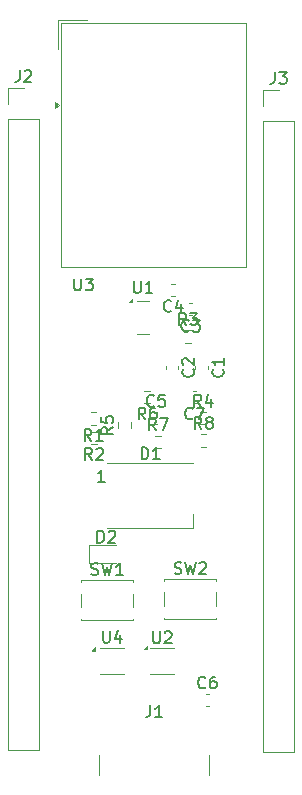
<source format=gbr>
%TF.GenerationSoftware,KiCad,Pcbnew,8.0.3*%
%TF.CreationDate,2024-10-04T20:59:14+05:30*%
%TF.ProjectId,TP4056,54503430-3536-42e6-9b69-6361645f7063,rev?*%
%TF.SameCoordinates,Original*%
%TF.FileFunction,Legend,Top*%
%TF.FilePolarity,Positive*%
%FSLAX46Y46*%
G04 Gerber Fmt 4.6, Leading zero omitted, Abs format (unit mm)*
G04 Created by KiCad (PCBNEW 8.0.3) date 2024-10-04 20:59:14*
%MOMM*%
%LPD*%
G01*
G04 APERTURE LIST*
%ADD10C,0.150000*%
%ADD11C,0.120000*%
G04 APERTURE END LIST*
D10*
X80624580Y-87141666D02*
X80672200Y-87189285D01*
X80672200Y-87189285D02*
X80719819Y-87332142D01*
X80719819Y-87332142D02*
X80719819Y-87427380D01*
X80719819Y-87427380D02*
X80672200Y-87570237D01*
X80672200Y-87570237D02*
X80576961Y-87665475D01*
X80576961Y-87665475D02*
X80481723Y-87713094D01*
X80481723Y-87713094D02*
X80291247Y-87760713D01*
X80291247Y-87760713D02*
X80148390Y-87760713D01*
X80148390Y-87760713D02*
X79957914Y-87713094D01*
X79957914Y-87713094D02*
X79862676Y-87665475D01*
X79862676Y-87665475D02*
X79767438Y-87570237D01*
X79767438Y-87570237D02*
X79719819Y-87427380D01*
X79719819Y-87427380D02*
X79719819Y-87332142D01*
X79719819Y-87332142D02*
X79767438Y-87189285D01*
X79767438Y-87189285D02*
X79815057Y-87141666D01*
X80719819Y-86189285D02*
X80719819Y-86760713D01*
X80719819Y-86474999D02*
X79719819Y-86474999D01*
X79719819Y-86474999D02*
X79862676Y-86570237D01*
X79862676Y-86570237D02*
X79957914Y-86665475D01*
X79957914Y-86665475D02*
X80005533Y-86760713D01*
X77533333Y-83374819D02*
X77200000Y-82898628D01*
X76961905Y-83374819D02*
X76961905Y-82374819D01*
X76961905Y-82374819D02*
X77342857Y-82374819D01*
X77342857Y-82374819D02*
X77438095Y-82422438D01*
X77438095Y-82422438D02*
X77485714Y-82470057D01*
X77485714Y-82470057D02*
X77533333Y-82565295D01*
X77533333Y-82565295D02*
X77533333Y-82708152D01*
X77533333Y-82708152D02*
X77485714Y-82803390D01*
X77485714Y-82803390D02*
X77438095Y-82851009D01*
X77438095Y-82851009D02*
X77342857Y-82898628D01*
X77342857Y-82898628D02*
X76961905Y-82898628D01*
X77866667Y-82374819D02*
X78485714Y-82374819D01*
X78485714Y-82374819D02*
X78152381Y-82755771D01*
X78152381Y-82755771D02*
X78295238Y-82755771D01*
X78295238Y-82755771D02*
X78390476Y-82803390D01*
X78390476Y-82803390D02*
X78438095Y-82851009D01*
X78438095Y-82851009D02*
X78485714Y-82946247D01*
X78485714Y-82946247D02*
X78485714Y-83184342D01*
X78485714Y-83184342D02*
X78438095Y-83279580D01*
X78438095Y-83279580D02*
X78390476Y-83327200D01*
X78390476Y-83327200D02*
X78295238Y-83374819D01*
X78295238Y-83374819D02*
X78009524Y-83374819D01*
X78009524Y-83374819D02*
X77914286Y-83327200D01*
X77914286Y-83327200D02*
X77866667Y-83279580D01*
X71349819Y-92041666D02*
X70873628Y-92374999D01*
X71349819Y-92613094D02*
X70349819Y-92613094D01*
X70349819Y-92613094D02*
X70349819Y-92232142D01*
X70349819Y-92232142D02*
X70397438Y-92136904D01*
X70397438Y-92136904D02*
X70445057Y-92089285D01*
X70445057Y-92089285D02*
X70540295Y-92041666D01*
X70540295Y-92041666D02*
X70683152Y-92041666D01*
X70683152Y-92041666D02*
X70778390Y-92089285D01*
X70778390Y-92089285D02*
X70826009Y-92136904D01*
X70826009Y-92136904D02*
X70873628Y-92232142D01*
X70873628Y-92232142D02*
X70873628Y-92613094D01*
X70349819Y-91136904D02*
X70349819Y-91613094D01*
X70349819Y-91613094D02*
X70826009Y-91660713D01*
X70826009Y-91660713D02*
X70778390Y-91613094D01*
X70778390Y-91613094D02*
X70730771Y-91517856D01*
X70730771Y-91517856D02*
X70730771Y-91279761D01*
X70730771Y-91279761D02*
X70778390Y-91184523D01*
X70778390Y-91184523D02*
X70826009Y-91136904D01*
X70826009Y-91136904D02*
X70921247Y-91089285D01*
X70921247Y-91089285D02*
X71159342Y-91089285D01*
X71159342Y-91089285D02*
X71254580Y-91136904D01*
X71254580Y-91136904D02*
X71302200Y-91184523D01*
X71302200Y-91184523D02*
X71349819Y-91279761D01*
X71349819Y-91279761D02*
X71349819Y-91517856D01*
X71349819Y-91517856D02*
X71302200Y-91613094D01*
X71302200Y-91613094D02*
X71254580Y-91660713D01*
X70490595Y-109279819D02*
X70490595Y-110089342D01*
X70490595Y-110089342D02*
X70538214Y-110184580D01*
X70538214Y-110184580D02*
X70585833Y-110232200D01*
X70585833Y-110232200D02*
X70681071Y-110279819D01*
X70681071Y-110279819D02*
X70871547Y-110279819D01*
X70871547Y-110279819D02*
X70966785Y-110232200D01*
X70966785Y-110232200D02*
X71014404Y-110184580D01*
X71014404Y-110184580D02*
X71062023Y-110089342D01*
X71062023Y-110089342D02*
X71062023Y-109279819D01*
X71966785Y-109613152D02*
X71966785Y-110279819D01*
X71728690Y-109232200D02*
X71490595Y-109946485D01*
X71490595Y-109946485D02*
X72109642Y-109946485D01*
X78808333Y-90299819D02*
X78475000Y-89823628D01*
X78236905Y-90299819D02*
X78236905Y-89299819D01*
X78236905Y-89299819D02*
X78617857Y-89299819D01*
X78617857Y-89299819D02*
X78713095Y-89347438D01*
X78713095Y-89347438D02*
X78760714Y-89395057D01*
X78760714Y-89395057D02*
X78808333Y-89490295D01*
X78808333Y-89490295D02*
X78808333Y-89633152D01*
X78808333Y-89633152D02*
X78760714Y-89728390D01*
X78760714Y-89728390D02*
X78713095Y-89776009D01*
X78713095Y-89776009D02*
X78617857Y-89823628D01*
X78617857Y-89823628D02*
X78236905Y-89823628D01*
X79665476Y-89633152D02*
X79665476Y-90299819D01*
X79427381Y-89252200D02*
X79189286Y-89966485D01*
X79189286Y-89966485D02*
X79808333Y-89966485D01*
X69558333Y-94809819D02*
X69225000Y-94333628D01*
X68986905Y-94809819D02*
X68986905Y-93809819D01*
X68986905Y-93809819D02*
X69367857Y-93809819D01*
X69367857Y-93809819D02*
X69463095Y-93857438D01*
X69463095Y-93857438D02*
X69510714Y-93905057D01*
X69510714Y-93905057D02*
X69558333Y-94000295D01*
X69558333Y-94000295D02*
X69558333Y-94143152D01*
X69558333Y-94143152D02*
X69510714Y-94238390D01*
X69510714Y-94238390D02*
X69463095Y-94286009D01*
X69463095Y-94286009D02*
X69367857Y-94333628D01*
X69367857Y-94333628D02*
X68986905Y-94333628D01*
X69939286Y-93905057D02*
X69986905Y-93857438D01*
X69986905Y-93857438D02*
X70082143Y-93809819D01*
X70082143Y-93809819D02*
X70320238Y-93809819D01*
X70320238Y-93809819D02*
X70415476Y-93857438D01*
X70415476Y-93857438D02*
X70463095Y-93905057D01*
X70463095Y-93905057D02*
X70510714Y-94000295D01*
X70510714Y-94000295D02*
X70510714Y-94095533D01*
X70510714Y-94095533D02*
X70463095Y-94238390D01*
X70463095Y-94238390D02*
X69891667Y-94809819D01*
X69891667Y-94809819D02*
X70510714Y-94809819D01*
X69516667Y-104507200D02*
X69659524Y-104554819D01*
X69659524Y-104554819D02*
X69897619Y-104554819D01*
X69897619Y-104554819D02*
X69992857Y-104507200D01*
X69992857Y-104507200D02*
X70040476Y-104459580D01*
X70040476Y-104459580D02*
X70088095Y-104364342D01*
X70088095Y-104364342D02*
X70088095Y-104269104D01*
X70088095Y-104269104D02*
X70040476Y-104173866D01*
X70040476Y-104173866D02*
X69992857Y-104126247D01*
X69992857Y-104126247D02*
X69897619Y-104078628D01*
X69897619Y-104078628D02*
X69707143Y-104031009D01*
X69707143Y-104031009D02*
X69611905Y-103983390D01*
X69611905Y-103983390D02*
X69564286Y-103935771D01*
X69564286Y-103935771D02*
X69516667Y-103840533D01*
X69516667Y-103840533D02*
X69516667Y-103745295D01*
X69516667Y-103745295D02*
X69564286Y-103650057D01*
X69564286Y-103650057D02*
X69611905Y-103602438D01*
X69611905Y-103602438D02*
X69707143Y-103554819D01*
X69707143Y-103554819D02*
X69945238Y-103554819D01*
X69945238Y-103554819D02*
X70088095Y-103602438D01*
X70421429Y-103554819D02*
X70659524Y-104554819D01*
X70659524Y-104554819D02*
X70850000Y-103840533D01*
X70850000Y-103840533D02*
X71040476Y-104554819D01*
X71040476Y-104554819D02*
X71278572Y-103554819D01*
X72183333Y-104554819D02*
X71611905Y-104554819D01*
X71897619Y-104554819D02*
X71897619Y-103554819D01*
X71897619Y-103554819D02*
X71802381Y-103697676D01*
X71802381Y-103697676D02*
X71707143Y-103792914D01*
X71707143Y-103792914D02*
X71611905Y-103840533D01*
X73761905Y-94754819D02*
X73761905Y-93754819D01*
X73761905Y-93754819D02*
X74000000Y-93754819D01*
X74000000Y-93754819D02*
X74142857Y-93802438D01*
X74142857Y-93802438D02*
X74238095Y-93897676D01*
X74238095Y-93897676D02*
X74285714Y-93992914D01*
X74285714Y-93992914D02*
X74333333Y-94183390D01*
X74333333Y-94183390D02*
X74333333Y-94326247D01*
X74333333Y-94326247D02*
X74285714Y-94516723D01*
X74285714Y-94516723D02*
X74238095Y-94611961D01*
X74238095Y-94611961D02*
X74142857Y-94707200D01*
X74142857Y-94707200D02*
X74000000Y-94754819D01*
X74000000Y-94754819D02*
X73761905Y-94754819D01*
X75285714Y-94754819D02*
X74714286Y-94754819D01*
X75000000Y-94754819D02*
X75000000Y-93754819D01*
X75000000Y-93754819D02*
X74904762Y-93897676D01*
X74904762Y-93897676D02*
X74809524Y-93992914D01*
X74809524Y-93992914D02*
X74714286Y-94040533D01*
X70635714Y-96654819D02*
X70064286Y-96654819D01*
X70350000Y-96654819D02*
X70350000Y-95654819D01*
X70350000Y-95654819D02*
X70254762Y-95797676D01*
X70254762Y-95797676D02*
X70159524Y-95892914D01*
X70159524Y-95892914D02*
X70064286Y-95940533D01*
X74968333Y-92289819D02*
X74635000Y-91813628D01*
X74396905Y-92289819D02*
X74396905Y-91289819D01*
X74396905Y-91289819D02*
X74777857Y-91289819D01*
X74777857Y-91289819D02*
X74873095Y-91337438D01*
X74873095Y-91337438D02*
X74920714Y-91385057D01*
X74920714Y-91385057D02*
X74968333Y-91480295D01*
X74968333Y-91480295D02*
X74968333Y-91623152D01*
X74968333Y-91623152D02*
X74920714Y-91718390D01*
X74920714Y-91718390D02*
X74873095Y-91766009D01*
X74873095Y-91766009D02*
X74777857Y-91813628D01*
X74777857Y-91813628D02*
X74396905Y-91813628D01*
X75301667Y-91289819D02*
X75968333Y-91289819D01*
X75968333Y-91289819D02*
X75539762Y-92289819D01*
X70024405Y-101799819D02*
X70024405Y-100799819D01*
X70024405Y-100799819D02*
X70262500Y-100799819D01*
X70262500Y-100799819D02*
X70405357Y-100847438D01*
X70405357Y-100847438D02*
X70500595Y-100942676D01*
X70500595Y-100942676D02*
X70548214Y-101037914D01*
X70548214Y-101037914D02*
X70595833Y-101228390D01*
X70595833Y-101228390D02*
X70595833Y-101371247D01*
X70595833Y-101371247D02*
X70548214Y-101561723D01*
X70548214Y-101561723D02*
X70500595Y-101656961D01*
X70500595Y-101656961D02*
X70405357Y-101752200D01*
X70405357Y-101752200D02*
X70262500Y-101799819D01*
X70262500Y-101799819D02*
X70024405Y-101799819D01*
X70976786Y-100895057D02*
X71024405Y-100847438D01*
X71024405Y-100847438D02*
X71119643Y-100799819D01*
X71119643Y-100799819D02*
X71357738Y-100799819D01*
X71357738Y-100799819D02*
X71452976Y-100847438D01*
X71452976Y-100847438D02*
X71500595Y-100895057D01*
X71500595Y-100895057D02*
X71548214Y-100990295D01*
X71548214Y-100990295D02*
X71548214Y-101085533D01*
X71548214Y-101085533D02*
X71500595Y-101228390D01*
X71500595Y-101228390D02*
X70929167Y-101799819D01*
X70929167Y-101799819D02*
X71548214Y-101799819D01*
X74798333Y-90204580D02*
X74750714Y-90252200D01*
X74750714Y-90252200D02*
X74607857Y-90299819D01*
X74607857Y-90299819D02*
X74512619Y-90299819D01*
X74512619Y-90299819D02*
X74369762Y-90252200D01*
X74369762Y-90252200D02*
X74274524Y-90156961D01*
X74274524Y-90156961D02*
X74226905Y-90061723D01*
X74226905Y-90061723D02*
X74179286Y-89871247D01*
X74179286Y-89871247D02*
X74179286Y-89728390D01*
X74179286Y-89728390D02*
X74226905Y-89537914D01*
X74226905Y-89537914D02*
X74274524Y-89442676D01*
X74274524Y-89442676D02*
X74369762Y-89347438D01*
X74369762Y-89347438D02*
X74512619Y-89299819D01*
X74512619Y-89299819D02*
X74607857Y-89299819D01*
X74607857Y-89299819D02*
X74750714Y-89347438D01*
X74750714Y-89347438D02*
X74798333Y-89395057D01*
X75703095Y-89299819D02*
X75226905Y-89299819D01*
X75226905Y-89299819D02*
X75179286Y-89776009D01*
X75179286Y-89776009D02*
X75226905Y-89728390D01*
X75226905Y-89728390D02*
X75322143Y-89680771D01*
X75322143Y-89680771D02*
X75560238Y-89680771D01*
X75560238Y-89680771D02*
X75655476Y-89728390D01*
X75655476Y-89728390D02*
X75703095Y-89776009D01*
X75703095Y-89776009D02*
X75750714Y-89871247D01*
X75750714Y-89871247D02*
X75750714Y-90109342D01*
X75750714Y-90109342D02*
X75703095Y-90204580D01*
X75703095Y-90204580D02*
X75655476Y-90252200D01*
X75655476Y-90252200D02*
X75560238Y-90299819D01*
X75560238Y-90299819D02*
X75322143Y-90299819D01*
X75322143Y-90299819D02*
X75226905Y-90252200D01*
X75226905Y-90252200D02*
X75179286Y-90204580D01*
X69508333Y-93184819D02*
X69175000Y-92708628D01*
X68936905Y-93184819D02*
X68936905Y-92184819D01*
X68936905Y-92184819D02*
X69317857Y-92184819D01*
X69317857Y-92184819D02*
X69413095Y-92232438D01*
X69413095Y-92232438D02*
X69460714Y-92280057D01*
X69460714Y-92280057D02*
X69508333Y-92375295D01*
X69508333Y-92375295D02*
X69508333Y-92518152D01*
X69508333Y-92518152D02*
X69460714Y-92613390D01*
X69460714Y-92613390D02*
X69413095Y-92661009D01*
X69413095Y-92661009D02*
X69317857Y-92708628D01*
X69317857Y-92708628D02*
X68936905Y-92708628D01*
X70460714Y-93184819D02*
X69889286Y-93184819D01*
X70175000Y-93184819D02*
X70175000Y-92184819D01*
X70175000Y-92184819D02*
X70079762Y-92327676D01*
X70079762Y-92327676D02*
X69984524Y-92422914D01*
X69984524Y-92422914D02*
X69889286Y-92470533D01*
X85041666Y-61949819D02*
X85041666Y-62664104D01*
X85041666Y-62664104D02*
X84994047Y-62806961D01*
X84994047Y-62806961D02*
X84898809Y-62902200D01*
X84898809Y-62902200D02*
X84755952Y-62949819D01*
X84755952Y-62949819D02*
X84660714Y-62949819D01*
X85422619Y-61949819D02*
X86041666Y-61949819D01*
X86041666Y-61949819D02*
X85708333Y-62330771D01*
X85708333Y-62330771D02*
X85851190Y-62330771D01*
X85851190Y-62330771D02*
X85946428Y-62378390D01*
X85946428Y-62378390D02*
X85994047Y-62426009D01*
X85994047Y-62426009D02*
X86041666Y-62521247D01*
X86041666Y-62521247D02*
X86041666Y-62759342D01*
X86041666Y-62759342D02*
X85994047Y-62854580D01*
X85994047Y-62854580D02*
X85946428Y-62902200D01*
X85946428Y-62902200D02*
X85851190Y-62949819D01*
X85851190Y-62949819D02*
X85565476Y-62949819D01*
X85565476Y-62949819D02*
X85470238Y-62902200D01*
X85470238Y-62902200D02*
X85422619Y-62854580D01*
X77758333Y-83839580D02*
X77710714Y-83887200D01*
X77710714Y-83887200D02*
X77567857Y-83934819D01*
X77567857Y-83934819D02*
X77472619Y-83934819D01*
X77472619Y-83934819D02*
X77329762Y-83887200D01*
X77329762Y-83887200D02*
X77234524Y-83791961D01*
X77234524Y-83791961D02*
X77186905Y-83696723D01*
X77186905Y-83696723D02*
X77139286Y-83506247D01*
X77139286Y-83506247D02*
X77139286Y-83363390D01*
X77139286Y-83363390D02*
X77186905Y-83172914D01*
X77186905Y-83172914D02*
X77234524Y-83077676D01*
X77234524Y-83077676D02*
X77329762Y-82982438D01*
X77329762Y-82982438D02*
X77472619Y-82934819D01*
X77472619Y-82934819D02*
X77567857Y-82934819D01*
X77567857Y-82934819D02*
X77710714Y-82982438D01*
X77710714Y-82982438D02*
X77758333Y-83030057D01*
X78091667Y-82934819D02*
X78710714Y-82934819D01*
X78710714Y-82934819D02*
X78377381Y-83315771D01*
X78377381Y-83315771D02*
X78520238Y-83315771D01*
X78520238Y-83315771D02*
X78615476Y-83363390D01*
X78615476Y-83363390D02*
X78663095Y-83411009D01*
X78663095Y-83411009D02*
X78710714Y-83506247D01*
X78710714Y-83506247D02*
X78710714Y-83744342D01*
X78710714Y-83744342D02*
X78663095Y-83839580D01*
X78663095Y-83839580D02*
X78615476Y-83887200D01*
X78615476Y-83887200D02*
X78520238Y-83934819D01*
X78520238Y-83934819D02*
X78234524Y-83934819D01*
X78234524Y-83934819D02*
X78139286Y-83887200D01*
X78139286Y-83887200D02*
X78091667Y-83839580D01*
X79158333Y-114054580D02*
X79110714Y-114102200D01*
X79110714Y-114102200D02*
X78967857Y-114149819D01*
X78967857Y-114149819D02*
X78872619Y-114149819D01*
X78872619Y-114149819D02*
X78729762Y-114102200D01*
X78729762Y-114102200D02*
X78634524Y-114006961D01*
X78634524Y-114006961D02*
X78586905Y-113911723D01*
X78586905Y-113911723D02*
X78539286Y-113721247D01*
X78539286Y-113721247D02*
X78539286Y-113578390D01*
X78539286Y-113578390D02*
X78586905Y-113387914D01*
X78586905Y-113387914D02*
X78634524Y-113292676D01*
X78634524Y-113292676D02*
X78729762Y-113197438D01*
X78729762Y-113197438D02*
X78872619Y-113149819D01*
X78872619Y-113149819D02*
X78967857Y-113149819D01*
X78967857Y-113149819D02*
X79110714Y-113197438D01*
X79110714Y-113197438D02*
X79158333Y-113245057D01*
X80015476Y-113149819D02*
X79825000Y-113149819D01*
X79825000Y-113149819D02*
X79729762Y-113197438D01*
X79729762Y-113197438D02*
X79682143Y-113245057D01*
X79682143Y-113245057D02*
X79586905Y-113387914D01*
X79586905Y-113387914D02*
X79539286Y-113578390D01*
X79539286Y-113578390D02*
X79539286Y-113959342D01*
X79539286Y-113959342D02*
X79586905Y-114054580D01*
X79586905Y-114054580D02*
X79634524Y-114102200D01*
X79634524Y-114102200D02*
X79729762Y-114149819D01*
X79729762Y-114149819D02*
X79920238Y-114149819D01*
X79920238Y-114149819D02*
X80015476Y-114102200D01*
X80015476Y-114102200D02*
X80063095Y-114054580D01*
X80063095Y-114054580D02*
X80110714Y-113959342D01*
X80110714Y-113959342D02*
X80110714Y-113721247D01*
X80110714Y-113721247D02*
X80063095Y-113626009D01*
X80063095Y-113626009D02*
X80015476Y-113578390D01*
X80015476Y-113578390D02*
X79920238Y-113530771D01*
X79920238Y-113530771D02*
X79729762Y-113530771D01*
X79729762Y-113530771D02*
X79634524Y-113578390D01*
X79634524Y-113578390D02*
X79586905Y-113626009D01*
X79586905Y-113626009D02*
X79539286Y-113721247D01*
X68063095Y-79454819D02*
X68063095Y-80264342D01*
X68063095Y-80264342D02*
X68110714Y-80359580D01*
X68110714Y-80359580D02*
X68158333Y-80407200D01*
X68158333Y-80407200D02*
X68253571Y-80454819D01*
X68253571Y-80454819D02*
X68444047Y-80454819D01*
X68444047Y-80454819D02*
X68539285Y-80407200D01*
X68539285Y-80407200D02*
X68586904Y-80359580D01*
X68586904Y-80359580D02*
X68634523Y-80264342D01*
X68634523Y-80264342D02*
X68634523Y-79454819D01*
X69015476Y-79454819D02*
X69634523Y-79454819D01*
X69634523Y-79454819D02*
X69301190Y-79835771D01*
X69301190Y-79835771D02*
X69444047Y-79835771D01*
X69444047Y-79835771D02*
X69539285Y-79883390D01*
X69539285Y-79883390D02*
X69586904Y-79931009D01*
X69586904Y-79931009D02*
X69634523Y-80026247D01*
X69634523Y-80026247D02*
X69634523Y-80264342D01*
X69634523Y-80264342D02*
X69586904Y-80359580D01*
X69586904Y-80359580D02*
X69539285Y-80407200D01*
X69539285Y-80407200D02*
X69444047Y-80454819D01*
X69444047Y-80454819D02*
X69158333Y-80454819D01*
X69158333Y-80454819D02*
X69063095Y-80407200D01*
X69063095Y-80407200D02*
X69015476Y-80359580D01*
X74073333Y-91384819D02*
X73740000Y-90908628D01*
X73501905Y-91384819D02*
X73501905Y-90384819D01*
X73501905Y-90384819D02*
X73882857Y-90384819D01*
X73882857Y-90384819D02*
X73978095Y-90432438D01*
X73978095Y-90432438D02*
X74025714Y-90480057D01*
X74025714Y-90480057D02*
X74073333Y-90575295D01*
X74073333Y-90575295D02*
X74073333Y-90718152D01*
X74073333Y-90718152D02*
X74025714Y-90813390D01*
X74025714Y-90813390D02*
X73978095Y-90861009D01*
X73978095Y-90861009D02*
X73882857Y-90908628D01*
X73882857Y-90908628D02*
X73501905Y-90908628D01*
X74930476Y-90384819D02*
X74740000Y-90384819D01*
X74740000Y-90384819D02*
X74644762Y-90432438D01*
X74644762Y-90432438D02*
X74597143Y-90480057D01*
X74597143Y-90480057D02*
X74501905Y-90622914D01*
X74501905Y-90622914D02*
X74454286Y-90813390D01*
X74454286Y-90813390D02*
X74454286Y-91194342D01*
X74454286Y-91194342D02*
X74501905Y-91289580D01*
X74501905Y-91289580D02*
X74549524Y-91337200D01*
X74549524Y-91337200D02*
X74644762Y-91384819D01*
X74644762Y-91384819D02*
X74835238Y-91384819D01*
X74835238Y-91384819D02*
X74930476Y-91337200D01*
X74930476Y-91337200D02*
X74978095Y-91289580D01*
X74978095Y-91289580D02*
X75025714Y-91194342D01*
X75025714Y-91194342D02*
X75025714Y-90956247D01*
X75025714Y-90956247D02*
X74978095Y-90861009D01*
X74978095Y-90861009D02*
X74930476Y-90813390D01*
X74930476Y-90813390D02*
X74835238Y-90765771D01*
X74835238Y-90765771D02*
X74644762Y-90765771D01*
X74644762Y-90765771D02*
X74549524Y-90813390D01*
X74549524Y-90813390D02*
X74501905Y-90861009D01*
X74501905Y-90861009D02*
X74454286Y-90956247D01*
X74491666Y-115569819D02*
X74491666Y-116284104D01*
X74491666Y-116284104D02*
X74444047Y-116426961D01*
X74444047Y-116426961D02*
X74348809Y-116522200D01*
X74348809Y-116522200D02*
X74205952Y-116569819D01*
X74205952Y-116569819D02*
X74110714Y-116569819D01*
X75491666Y-116569819D02*
X74920238Y-116569819D01*
X75205952Y-116569819D02*
X75205952Y-115569819D01*
X75205952Y-115569819D02*
X75110714Y-115712676D01*
X75110714Y-115712676D02*
X75015476Y-115807914D01*
X75015476Y-115807914D02*
X74920238Y-115855533D01*
X74725595Y-109329819D02*
X74725595Y-110139342D01*
X74725595Y-110139342D02*
X74773214Y-110234580D01*
X74773214Y-110234580D02*
X74820833Y-110282200D01*
X74820833Y-110282200D02*
X74916071Y-110329819D01*
X74916071Y-110329819D02*
X75106547Y-110329819D01*
X75106547Y-110329819D02*
X75201785Y-110282200D01*
X75201785Y-110282200D02*
X75249404Y-110234580D01*
X75249404Y-110234580D02*
X75297023Y-110139342D01*
X75297023Y-110139342D02*
X75297023Y-109329819D01*
X75725595Y-109425057D02*
X75773214Y-109377438D01*
X75773214Y-109377438D02*
X75868452Y-109329819D01*
X75868452Y-109329819D02*
X76106547Y-109329819D01*
X76106547Y-109329819D02*
X76201785Y-109377438D01*
X76201785Y-109377438D02*
X76249404Y-109425057D01*
X76249404Y-109425057D02*
X76297023Y-109520295D01*
X76297023Y-109520295D02*
X76297023Y-109615533D01*
X76297023Y-109615533D02*
X76249404Y-109758390D01*
X76249404Y-109758390D02*
X75677976Y-110329819D01*
X75677976Y-110329819D02*
X76297023Y-110329819D01*
X63441666Y-61799819D02*
X63441666Y-62514104D01*
X63441666Y-62514104D02*
X63394047Y-62656961D01*
X63394047Y-62656961D02*
X63298809Y-62752200D01*
X63298809Y-62752200D02*
X63155952Y-62799819D01*
X63155952Y-62799819D02*
X63060714Y-62799819D01*
X63870238Y-61895057D02*
X63917857Y-61847438D01*
X63917857Y-61847438D02*
X64013095Y-61799819D01*
X64013095Y-61799819D02*
X64251190Y-61799819D01*
X64251190Y-61799819D02*
X64346428Y-61847438D01*
X64346428Y-61847438D02*
X64394047Y-61895057D01*
X64394047Y-61895057D02*
X64441666Y-61990295D01*
X64441666Y-61990295D02*
X64441666Y-62085533D01*
X64441666Y-62085533D02*
X64394047Y-62228390D01*
X64394047Y-62228390D02*
X63822619Y-62799819D01*
X63822619Y-62799819D02*
X64441666Y-62799819D01*
X78083333Y-91289580D02*
X78035714Y-91337200D01*
X78035714Y-91337200D02*
X77892857Y-91384819D01*
X77892857Y-91384819D02*
X77797619Y-91384819D01*
X77797619Y-91384819D02*
X77654762Y-91337200D01*
X77654762Y-91337200D02*
X77559524Y-91241961D01*
X77559524Y-91241961D02*
X77511905Y-91146723D01*
X77511905Y-91146723D02*
X77464286Y-90956247D01*
X77464286Y-90956247D02*
X77464286Y-90813390D01*
X77464286Y-90813390D02*
X77511905Y-90622914D01*
X77511905Y-90622914D02*
X77559524Y-90527676D01*
X77559524Y-90527676D02*
X77654762Y-90432438D01*
X77654762Y-90432438D02*
X77797619Y-90384819D01*
X77797619Y-90384819D02*
X77892857Y-90384819D01*
X77892857Y-90384819D02*
X78035714Y-90432438D01*
X78035714Y-90432438D02*
X78083333Y-90480057D01*
X78416667Y-90384819D02*
X79083333Y-90384819D01*
X79083333Y-90384819D02*
X78654762Y-91384819D01*
X78833333Y-92174819D02*
X78500000Y-91698628D01*
X78261905Y-92174819D02*
X78261905Y-91174819D01*
X78261905Y-91174819D02*
X78642857Y-91174819D01*
X78642857Y-91174819D02*
X78738095Y-91222438D01*
X78738095Y-91222438D02*
X78785714Y-91270057D01*
X78785714Y-91270057D02*
X78833333Y-91365295D01*
X78833333Y-91365295D02*
X78833333Y-91508152D01*
X78833333Y-91508152D02*
X78785714Y-91603390D01*
X78785714Y-91603390D02*
X78738095Y-91651009D01*
X78738095Y-91651009D02*
X78642857Y-91698628D01*
X78642857Y-91698628D02*
X78261905Y-91698628D01*
X79404762Y-91603390D02*
X79309524Y-91555771D01*
X79309524Y-91555771D02*
X79261905Y-91508152D01*
X79261905Y-91508152D02*
X79214286Y-91412914D01*
X79214286Y-91412914D02*
X79214286Y-91365295D01*
X79214286Y-91365295D02*
X79261905Y-91270057D01*
X79261905Y-91270057D02*
X79309524Y-91222438D01*
X79309524Y-91222438D02*
X79404762Y-91174819D01*
X79404762Y-91174819D02*
X79595238Y-91174819D01*
X79595238Y-91174819D02*
X79690476Y-91222438D01*
X79690476Y-91222438D02*
X79738095Y-91270057D01*
X79738095Y-91270057D02*
X79785714Y-91365295D01*
X79785714Y-91365295D02*
X79785714Y-91412914D01*
X79785714Y-91412914D02*
X79738095Y-91508152D01*
X79738095Y-91508152D02*
X79690476Y-91555771D01*
X79690476Y-91555771D02*
X79595238Y-91603390D01*
X79595238Y-91603390D02*
X79404762Y-91603390D01*
X79404762Y-91603390D02*
X79309524Y-91651009D01*
X79309524Y-91651009D02*
X79261905Y-91698628D01*
X79261905Y-91698628D02*
X79214286Y-91793866D01*
X79214286Y-91793866D02*
X79214286Y-91984342D01*
X79214286Y-91984342D02*
X79261905Y-92079580D01*
X79261905Y-92079580D02*
X79309524Y-92127200D01*
X79309524Y-92127200D02*
X79404762Y-92174819D01*
X79404762Y-92174819D02*
X79595238Y-92174819D01*
X79595238Y-92174819D02*
X79690476Y-92127200D01*
X79690476Y-92127200D02*
X79738095Y-92079580D01*
X79738095Y-92079580D02*
X79785714Y-91984342D01*
X79785714Y-91984342D02*
X79785714Y-91793866D01*
X79785714Y-91793866D02*
X79738095Y-91698628D01*
X79738095Y-91698628D02*
X79690476Y-91651009D01*
X79690476Y-91651009D02*
X79595238Y-91603390D01*
X76566667Y-104407200D02*
X76709524Y-104454819D01*
X76709524Y-104454819D02*
X76947619Y-104454819D01*
X76947619Y-104454819D02*
X77042857Y-104407200D01*
X77042857Y-104407200D02*
X77090476Y-104359580D01*
X77090476Y-104359580D02*
X77138095Y-104264342D01*
X77138095Y-104264342D02*
X77138095Y-104169104D01*
X77138095Y-104169104D02*
X77090476Y-104073866D01*
X77090476Y-104073866D02*
X77042857Y-104026247D01*
X77042857Y-104026247D02*
X76947619Y-103978628D01*
X76947619Y-103978628D02*
X76757143Y-103931009D01*
X76757143Y-103931009D02*
X76661905Y-103883390D01*
X76661905Y-103883390D02*
X76614286Y-103835771D01*
X76614286Y-103835771D02*
X76566667Y-103740533D01*
X76566667Y-103740533D02*
X76566667Y-103645295D01*
X76566667Y-103645295D02*
X76614286Y-103550057D01*
X76614286Y-103550057D02*
X76661905Y-103502438D01*
X76661905Y-103502438D02*
X76757143Y-103454819D01*
X76757143Y-103454819D02*
X76995238Y-103454819D01*
X76995238Y-103454819D02*
X77138095Y-103502438D01*
X77471429Y-103454819D02*
X77709524Y-104454819D01*
X77709524Y-104454819D02*
X77900000Y-103740533D01*
X77900000Y-103740533D02*
X78090476Y-104454819D01*
X78090476Y-104454819D02*
X78328572Y-103454819D01*
X78661905Y-103550057D02*
X78709524Y-103502438D01*
X78709524Y-103502438D02*
X78804762Y-103454819D01*
X78804762Y-103454819D02*
X79042857Y-103454819D01*
X79042857Y-103454819D02*
X79138095Y-103502438D01*
X79138095Y-103502438D02*
X79185714Y-103550057D01*
X79185714Y-103550057D02*
X79233333Y-103645295D01*
X79233333Y-103645295D02*
X79233333Y-103740533D01*
X79233333Y-103740533D02*
X79185714Y-103883390D01*
X79185714Y-103883390D02*
X78614286Y-104454819D01*
X78614286Y-104454819D02*
X79233333Y-104454819D01*
X78114580Y-87141666D02*
X78162200Y-87189285D01*
X78162200Y-87189285D02*
X78209819Y-87332142D01*
X78209819Y-87332142D02*
X78209819Y-87427380D01*
X78209819Y-87427380D02*
X78162200Y-87570237D01*
X78162200Y-87570237D02*
X78066961Y-87665475D01*
X78066961Y-87665475D02*
X77971723Y-87713094D01*
X77971723Y-87713094D02*
X77781247Y-87760713D01*
X77781247Y-87760713D02*
X77638390Y-87760713D01*
X77638390Y-87760713D02*
X77447914Y-87713094D01*
X77447914Y-87713094D02*
X77352676Y-87665475D01*
X77352676Y-87665475D02*
X77257438Y-87570237D01*
X77257438Y-87570237D02*
X77209819Y-87427380D01*
X77209819Y-87427380D02*
X77209819Y-87332142D01*
X77209819Y-87332142D02*
X77257438Y-87189285D01*
X77257438Y-87189285D02*
X77305057Y-87141666D01*
X77305057Y-86760713D02*
X77257438Y-86713094D01*
X77257438Y-86713094D02*
X77209819Y-86617856D01*
X77209819Y-86617856D02*
X77209819Y-86379761D01*
X77209819Y-86379761D02*
X77257438Y-86284523D01*
X77257438Y-86284523D02*
X77305057Y-86236904D01*
X77305057Y-86236904D02*
X77400295Y-86189285D01*
X77400295Y-86189285D02*
X77495533Y-86189285D01*
X77495533Y-86189285D02*
X77638390Y-86236904D01*
X77638390Y-86236904D02*
X78209819Y-86808332D01*
X78209819Y-86808332D02*
X78209819Y-86189285D01*
X76258333Y-82189580D02*
X76210714Y-82237200D01*
X76210714Y-82237200D02*
X76067857Y-82284819D01*
X76067857Y-82284819D02*
X75972619Y-82284819D01*
X75972619Y-82284819D02*
X75829762Y-82237200D01*
X75829762Y-82237200D02*
X75734524Y-82141961D01*
X75734524Y-82141961D02*
X75686905Y-82046723D01*
X75686905Y-82046723D02*
X75639286Y-81856247D01*
X75639286Y-81856247D02*
X75639286Y-81713390D01*
X75639286Y-81713390D02*
X75686905Y-81522914D01*
X75686905Y-81522914D02*
X75734524Y-81427676D01*
X75734524Y-81427676D02*
X75829762Y-81332438D01*
X75829762Y-81332438D02*
X75972619Y-81284819D01*
X75972619Y-81284819D02*
X76067857Y-81284819D01*
X76067857Y-81284819D02*
X76210714Y-81332438D01*
X76210714Y-81332438D02*
X76258333Y-81380057D01*
X77115476Y-81618152D02*
X77115476Y-82284819D01*
X76877381Y-81237200D02*
X76639286Y-81951485D01*
X76639286Y-81951485D02*
X77258333Y-81951485D01*
X73100595Y-79664819D02*
X73100595Y-80474342D01*
X73100595Y-80474342D02*
X73148214Y-80569580D01*
X73148214Y-80569580D02*
X73195833Y-80617200D01*
X73195833Y-80617200D02*
X73291071Y-80664819D01*
X73291071Y-80664819D02*
X73481547Y-80664819D01*
X73481547Y-80664819D02*
X73576785Y-80617200D01*
X73576785Y-80617200D02*
X73624404Y-80569580D01*
X73624404Y-80569580D02*
X73672023Y-80474342D01*
X73672023Y-80474342D02*
X73672023Y-79664819D01*
X74672023Y-80664819D02*
X74100595Y-80664819D01*
X74386309Y-80664819D02*
X74386309Y-79664819D01*
X74386309Y-79664819D02*
X74291071Y-79807676D01*
X74291071Y-79807676D02*
X74195833Y-79902914D01*
X74195833Y-79902914D02*
X74100595Y-79950533D01*
D11*
%TO.C,C1*%
X78325000Y-86834420D02*
X78325000Y-87115580D01*
X79345000Y-86834420D02*
X79345000Y-87115580D01*
%TO.C,R3*%
X77462742Y-83827500D02*
X77937258Y-83827500D01*
X77462742Y-84872500D02*
X77937258Y-84872500D01*
%TO.C,R5*%
X71802500Y-92112258D02*
X71802500Y-91637742D01*
X72847500Y-92112258D02*
X72847500Y-91637742D01*
%TO.C,U4*%
X70252500Y-112935000D02*
X72252500Y-112935000D01*
X72252500Y-110715000D02*
X70252500Y-110715000D01*
X69812500Y-110965000D02*
X69532500Y-110965000D01*
X69812500Y-110685000D01*
X69812500Y-110965000D01*
G36*
X69812500Y-110965000D02*
G01*
X69532500Y-110965000D01*
X69812500Y-110685000D01*
X69812500Y-110965000D01*
G37*
%TO.C,R4*%
X78737742Y-90752500D02*
X79212258Y-90752500D01*
X78737742Y-91797500D02*
X79212258Y-91797500D01*
%TO.C,R2*%
X69962258Y-92402500D02*
X69487742Y-92402500D01*
X69962258Y-93447500D02*
X69487742Y-93447500D01*
%TO.C,SW1*%
X68650000Y-105000000D02*
X68650000Y-105120000D01*
X68650000Y-106130000D02*
X68650000Y-107270000D01*
X68650000Y-108280000D02*
X68650000Y-108400000D01*
X68650000Y-108400000D02*
X73050000Y-108400000D01*
X73050000Y-105000000D02*
X68650000Y-105000000D01*
X73050000Y-105120000D02*
X73050000Y-105000000D01*
X73050000Y-107270000D02*
X73050000Y-106130000D01*
X73050000Y-108400000D02*
X73050000Y-108280000D01*
%TO.C,D1*%
X70850000Y-95050000D02*
X78150000Y-95050000D01*
X70850000Y-100550000D02*
X78150000Y-100550000D01*
X78150000Y-100550000D02*
X78150000Y-99400000D01*
%TO.C,R7*%
X74897742Y-92742500D02*
X75372258Y-92742500D01*
X74897742Y-93787500D02*
X75372258Y-93787500D01*
%TO.C,D2*%
X69277500Y-102040000D02*
X69277500Y-103510000D01*
X69277500Y-103510000D02*
X71562500Y-103510000D01*
X71562500Y-102040000D02*
X69277500Y-102040000D01*
%TO.C,C5*%
X74824420Y-90765000D02*
X75105580Y-90765000D01*
X74824420Y-91785000D02*
X75105580Y-91785000D01*
%TO.C,R1*%
X69912258Y-90777500D02*
X69437742Y-90777500D01*
X69912258Y-91822500D02*
X69437742Y-91822500D01*
%TO.C,J3*%
X84045000Y-63495000D02*
X85375000Y-63495000D01*
X84045000Y-64825000D02*
X84045000Y-63495000D01*
X84045000Y-66095000D02*
X84045000Y-119495000D01*
X84045000Y-66095000D02*
X86705000Y-66095000D01*
X84045000Y-119495000D02*
X86705000Y-119495000D01*
X86705000Y-66095000D02*
X86705000Y-119495000D01*
%TO.C,C3*%
X78065580Y-81540000D02*
X77784420Y-81540000D01*
X78065580Y-82560000D02*
X77784420Y-82560000D01*
%TO.C,C6*%
X79184420Y-114615000D02*
X79465580Y-114615000D01*
X79184420Y-115635000D02*
X79465580Y-115635000D01*
%TO.C,U3*%
X66700000Y-57550000D02*
X66700000Y-60000000D01*
X66700000Y-57550000D02*
X69150000Y-57550000D01*
X66975000Y-57800000D02*
X82575000Y-57800000D01*
X66975000Y-78500000D02*
X66975000Y-57800000D01*
X82575000Y-57800000D02*
X82575000Y-78500000D01*
X82575000Y-78500000D02*
X66975000Y-78500000D01*
X66800000Y-64750000D02*
X66464000Y-64990000D01*
X66464000Y-64510000D01*
X66800000Y-64750000D01*
G36*
X66800000Y-64750000D02*
G01*
X66464000Y-64990000D01*
X66464000Y-64510000D01*
X66800000Y-64750000D01*
G37*
%TO.C,R6*%
X74477258Y-88977500D02*
X74002742Y-88977500D01*
X74477258Y-90022500D02*
X74002742Y-90022500D01*
%TO.C,J1*%
X70155000Y-121515000D02*
X70155000Y-119815000D01*
X79495000Y-121515000D02*
X79495000Y-119815000D01*
%TO.C,U2*%
X74487500Y-110715000D02*
X76487500Y-110715000D01*
X74487500Y-112935000D02*
X76487500Y-112935000D01*
X74247500Y-110815000D02*
X73967500Y-110815000D01*
X74247500Y-110535000D01*
X74247500Y-110815000D01*
G36*
X74247500Y-110815000D02*
G01*
X73967500Y-110815000D01*
X74247500Y-110535000D01*
X74247500Y-110815000D01*
G37*
%TO.C,J2*%
X62445000Y-63345000D02*
X63775000Y-63345000D01*
X62445000Y-64675000D02*
X62445000Y-63345000D01*
X62445000Y-65945000D02*
X62445000Y-119345000D01*
X62445000Y-65945000D02*
X65105000Y-65945000D01*
X62445000Y-119345000D02*
X65105000Y-119345000D01*
X65105000Y-65945000D02*
X65105000Y-119345000D01*
%TO.C,C7*%
X78390580Y-88990000D02*
X78109420Y-88990000D01*
X78390580Y-90010000D02*
X78109420Y-90010000D01*
%TO.C,R8*%
X78762742Y-92627500D02*
X79237258Y-92627500D01*
X78762742Y-93672500D02*
X79237258Y-93672500D01*
%TO.C,SW2*%
X75700000Y-104900000D02*
X75700000Y-105020000D01*
X75700000Y-106030000D02*
X75700000Y-107170000D01*
X75700000Y-108180000D02*
X75700000Y-108300000D01*
X75700000Y-108300000D02*
X80100000Y-108300000D01*
X80100000Y-104900000D02*
X75700000Y-104900000D01*
X80100000Y-105020000D02*
X80100000Y-104900000D01*
X80100000Y-107170000D02*
X80100000Y-106030000D01*
X80100000Y-108300000D02*
X80100000Y-108180000D01*
%TO.C,C2*%
X75815000Y-86834420D02*
X75815000Y-87115580D01*
X76835000Y-86834420D02*
X76835000Y-87115580D01*
%TO.C,C4*%
X76565580Y-79890000D02*
X76284420Y-79890000D01*
X76565580Y-80910000D02*
X76284420Y-80910000D01*
%TO.C,U1*%
X74362500Y-81390000D02*
X73362500Y-81390000D01*
X74362500Y-84110000D02*
X73362500Y-84110000D01*
X72972500Y-81440000D02*
X72692500Y-81440000D01*
X72972500Y-81160000D01*
X72972500Y-81440000D01*
G36*
X72972500Y-81440000D02*
G01*
X72692500Y-81440000D01*
X72972500Y-81160000D01*
X72972500Y-81440000D01*
G37*
%TD*%
M02*

</source>
